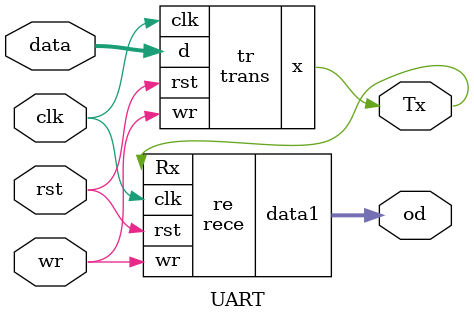
<source format=v>
module trans(
input rst,clk,wr,
input [7:0] d,
output reg x
);
reg [2:0] state;
parameter s0=3'b000,s1=3'b001,s2=3'b010,s3=3'b011,s4=3'b100;
reg[3:0] count;
reg[3:0] word_len,b_count=4'b1011;
reg[10:0] frame;
reg b_clk;
reg b=0,start=1'b0,stop=1'b1;
wire pb;
assign pb=~^d;
always@(posedge clk)
begin
if(rst==1)
begin
count<=4'b0000;
word_len=4'b0000;
b=0;
state=s0;
end
else if(wr)
begin
b=1;
case(state)
s0:begin
if(b==0)
begin
state=s0;
end
else
begin
state=s1;
count<=4'b0000;
end
end
s1:begin
if(count!=4'b0111)
begin
state=s1;
frame={start,d,pb,stop};
count<=count+1;
end
else
begin
state=s3;
count<=4'b0000;
b_clk=1;
end
end
s2:begin
if(count!=4'b0111)
begin
state=s2;
count<=count+1;
end
else
begin
state=s3;
b_clk=1;
count<=4'b0000;
end
end
s3:begin
if(b_clk==1)
begin
word_len=word_len+1;
state=s2;
frame=frame>>1;
b_clk=0;
end
else
begin
state=s2;
end
if(b_count==word_len)
begin
word_len=4'b0000;
state=s4;
end
end
s4:begin
if(count!=4'b0111)
begin
state=s4;
count<=count+1;
end
else
begin
state=s1;
count<=4'b0000;
end
end
endcase
end
end
always@(*)
begin
if(rst==1)
begin
x=1'b0;
end
else
begin
case(state)
s3:begin
x=frame[0];
end
endcase
end
end
endmodule



module rece(
input rst,clk,wr,
input Rx,
output reg [7:0]data1
);
reg [2:0] state;
parameter s0=3'b000,s1=3'b001,s2=3'b010,s3=3'b011,s4=3'b100;
reg[3:0] count;
reg[3:0] word_len,b_count=4'b1011;
reg[10:0] frame1;
reg b_clk;
reg b=0;
always@(posedge clk)
begin
if(rst==1)
begin
count<=4'b0000;
word_len=4'b0000;
b=0;
state=s0;
end
else if(wr)
begin
b=1;
case(state)
s0:begin
if(b==0)
begin
state=s0;
end
else
begin
state=s1;
count<=4'b0000;
end
end
s1:begin
if(count!=4'b0111)
begin
state<=s1;
frame1={11'b0};
count<=count+1;
end
else
begin
state=s3;
count<=4'b0000;
end
end
s2:begin
if(count!=4'b0011)
begin
state=s2;
count<=count+1;
b_clk=0;
end
else
begin
frame1=frame1>>1;
state=s3;
count<=4'b0000;
end
end
s3:begin
if(count!=4'b0100)
begin
state=s3;
count<=count+1;
end
else
begin
b_clk=1;
frame1[10]=Rx;
count<=4'b0000;
word_len=word_len+1;
state=s2;
end
if(b_count==word_len)
begin
word_len=4'b0000;
state=s4;
end
end
s4:begin
if(Rx==1)
begin
state=s1;
end
end
endcase
end
end
always@(Rx)
begin
if(rst==1)
begin
data1=8'b0;
end
else
begin
case(state)
s4:begin
data1=frame1[9:1];
end
endcase
end
end

endmodule


module UART(input rst,clk,wr,
input [7:0]data,
output [7:0] od,
output Tx
);
trans tr(.rst(rst),.clk(clk),.wr(wr),.d(data),.x(Tx));
rece re(.rst(rst),.clk(clk),.wr(wr),.Rx(Tx),.data1(od));
endmodule

</source>
